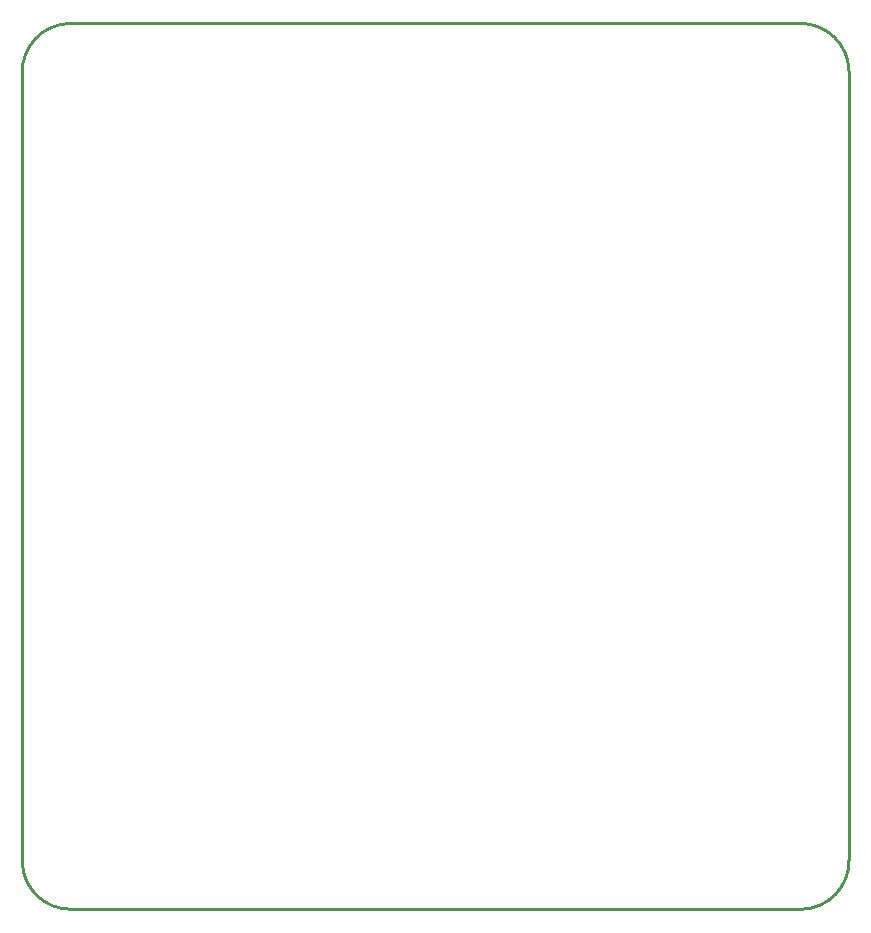
<source format=gko>
G04*
G04 #@! TF.GenerationSoftware,Altium Limited,Altium Designer,18.1.8 (232)*
G04*
G04 Layer_Color=16711935*
%FSLAX43Y43*%
%MOMM*%
G71*
G01*
G75*
%ADD14C,0.254*%
D14*
X66000Y-0D02*
G03*
X70000Y4200I-100J4100D01*
G01*
Y71000D02*
G03*
X65800Y75000I-4100J-100D01*
G01*
X4000D02*
G03*
X0Y70800I100J-4100D01*
G01*
X-0Y4000D02*
G03*
X4200Y-0I4100J100D01*
G01*
X-0Y71000D02*
X-0Y4000D01*
X4000Y75000D02*
X65800Y75000D01*
X70000Y71000D02*
X70000Y4200D01*
X4200Y-0D02*
X66000Y-0D01*
M02*

</source>
